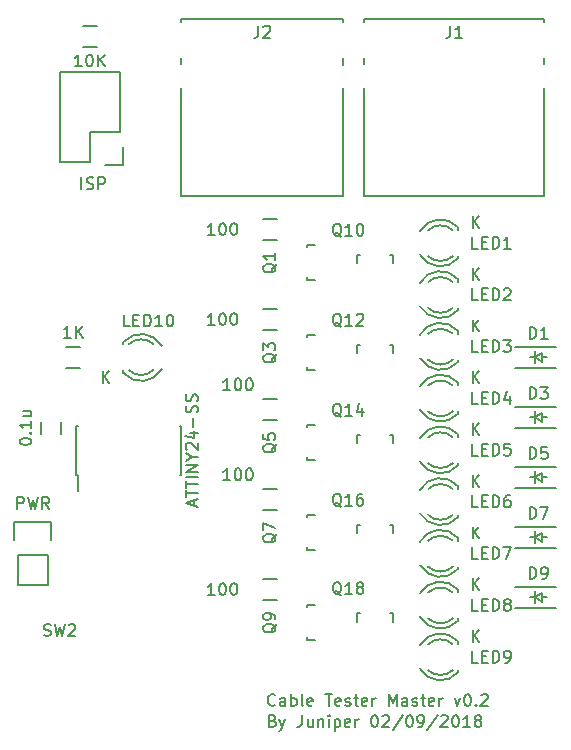
<source format=gto>
G04 #@! TF.FileFunction,Legend,Top*
%FSLAX46Y46*%
G04 Gerber Fmt 4.6, Leading zero omitted, Abs format (unit mm)*
G04 Created by KiCad (PCBNEW 4.0.2+dfsg1-stable) date Sat 24 Feb 2018 03:40:28 PM MST*
%MOMM*%
G01*
G04 APERTURE LIST*
%ADD10C,0.100000*%
%ADD11C,0.200000*%
%ADD12C,0.150000*%
G04 APERTURE END LIST*
D10*
D11*
X134359143Y-123194771D02*
X134502000Y-123242390D01*
X134549619Y-123290010D01*
X134597238Y-123385248D01*
X134597238Y-123528105D01*
X134549619Y-123623343D01*
X134502000Y-123670962D01*
X134406762Y-123718581D01*
X134025809Y-123718581D01*
X134025809Y-122718581D01*
X134359143Y-122718581D01*
X134454381Y-122766200D01*
X134502000Y-122813819D01*
X134549619Y-122909057D01*
X134549619Y-123004295D01*
X134502000Y-123099533D01*
X134454381Y-123147152D01*
X134359143Y-123194771D01*
X134025809Y-123194771D01*
X134930571Y-123051914D02*
X135168666Y-123718581D01*
X135406762Y-123051914D02*
X135168666Y-123718581D01*
X135073428Y-123956676D01*
X135025809Y-124004295D01*
X134930571Y-124051914D01*
X136835334Y-122718581D02*
X136835334Y-123432867D01*
X136787714Y-123575724D01*
X136692476Y-123670962D01*
X136549619Y-123718581D01*
X136454381Y-123718581D01*
X137740096Y-123051914D02*
X137740096Y-123718581D01*
X137311524Y-123051914D02*
X137311524Y-123575724D01*
X137359143Y-123670962D01*
X137454381Y-123718581D01*
X137597239Y-123718581D01*
X137692477Y-123670962D01*
X137740096Y-123623343D01*
X138216286Y-123051914D02*
X138216286Y-123718581D01*
X138216286Y-123147152D02*
X138263905Y-123099533D01*
X138359143Y-123051914D01*
X138502001Y-123051914D01*
X138597239Y-123099533D01*
X138644858Y-123194771D01*
X138644858Y-123718581D01*
X139121048Y-123718581D02*
X139121048Y-123051914D01*
X139121048Y-122718581D02*
X139073429Y-122766200D01*
X139121048Y-122813819D01*
X139168667Y-122766200D01*
X139121048Y-122718581D01*
X139121048Y-122813819D01*
X139597238Y-123051914D02*
X139597238Y-124051914D01*
X139597238Y-123099533D02*
X139692476Y-123051914D01*
X139882953Y-123051914D01*
X139978191Y-123099533D01*
X140025810Y-123147152D01*
X140073429Y-123242390D01*
X140073429Y-123528105D01*
X140025810Y-123623343D01*
X139978191Y-123670962D01*
X139882953Y-123718581D01*
X139692476Y-123718581D01*
X139597238Y-123670962D01*
X140882953Y-123670962D02*
X140787715Y-123718581D01*
X140597238Y-123718581D01*
X140502000Y-123670962D01*
X140454381Y-123575724D01*
X140454381Y-123194771D01*
X140502000Y-123099533D01*
X140597238Y-123051914D01*
X140787715Y-123051914D01*
X140882953Y-123099533D01*
X140930572Y-123194771D01*
X140930572Y-123290010D01*
X140454381Y-123385248D01*
X141359143Y-123718581D02*
X141359143Y-123051914D01*
X141359143Y-123242390D02*
X141406762Y-123147152D01*
X141454381Y-123099533D01*
X141549619Y-123051914D01*
X141644858Y-123051914D01*
X142930572Y-122718581D02*
X143025811Y-122718581D01*
X143121049Y-122766200D01*
X143168668Y-122813819D01*
X143216287Y-122909057D01*
X143263906Y-123099533D01*
X143263906Y-123337629D01*
X143216287Y-123528105D01*
X143168668Y-123623343D01*
X143121049Y-123670962D01*
X143025811Y-123718581D01*
X142930572Y-123718581D01*
X142835334Y-123670962D01*
X142787715Y-123623343D01*
X142740096Y-123528105D01*
X142692477Y-123337629D01*
X142692477Y-123099533D01*
X142740096Y-122909057D01*
X142787715Y-122813819D01*
X142835334Y-122766200D01*
X142930572Y-122718581D01*
X143644858Y-122813819D02*
X143692477Y-122766200D01*
X143787715Y-122718581D01*
X144025811Y-122718581D01*
X144121049Y-122766200D01*
X144168668Y-122813819D01*
X144216287Y-122909057D01*
X144216287Y-123004295D01*
X144168668Y-123147152D01*
X143597239Y-123718581D01*
X144216287Y-123718581D01*
X145359144Y-122670962D02*
X144502001Y-123956676D01*
X145882953Y-122718581D02*
X145978192Y-122718581D01*
X146073430Y-122766200D01*
X146121049Y-122813819D01*
X146168668Y-122909057D01*
X146216287Y-123099533D01*
X146216287Y-123337629D01*
X146168668Y-123528105D01*
X146121049Y-123623343D01*
X146073430Y-123670962D01*
X145978192Y-123718581D01*
X145882953Y-123718581D01*
X145787715Y-123670962D01*
X145740096Y-123623343D01*
X145692477Y-123528105D01*
X145644858Y-123337629D01*
X145644858Y-123099533D01*
X145692477Y-122909057D01*
X145740096Y-122813819D01*
X145787715Y-122766200D01*
X145882953Y-122718581D01*
X146692477Y-123718581D02*
X146882953Y-123718581D01*
X146978192Y-123670962D01*
X147025811Y-123623343D01*
X147121049Y-123480486D01*
X147168668Y-123290010D01*
X147168668Y-122909057D01*
X147121049Y-122813819D01*
X147073430Y-122766200D01*
X146978192Y-122718581D01*
X146787715Y-122718581D01*
X146692477Y-122766200D01*
X146644858Y-122813819D01*
X146597239Y-122909057D01*
X146597239Y-123147152D01*
X146644858Y-123242390D01*
X146692477Y-123290010D01*
X146787715Y-123337629D01*
X146978192Y-123337629D01*
X147073430Y-123290010D01*
X147121049Y-123242390D01*
X147168668Y-123147152D01*
X148311525Y-122670962D02*
X147454382Y-123956676D01*
X148597239Y-122813819D02*
X148644858Y-122766200D01*
X148740096Y-122718581D01*
X148978192Y-122718581D01*
X149073430Y-122766200D01*
X149121049Y-122813819D01*
X149168668Y-122909057D01*
X149168668Y-123004295D01*
X149121049Y-123147152D01*
X148549620Y-123718581D01*
X149168668Y-123718581D01*
X149787715Y-122718581D02*
X149882954Y-122718581D01*
X149978192Y-122766200D01*
X150025811Y-122813819D01*
X150073430Y-122909057D01*
X150121049Y-123099533D01*
X150121049Y-123337629D01*
X150073430Y-123528105D01*
X150025811Y-123623343D01*
X149978192Y-123670962D01*
X149882954Y-123718581D01*
X149787715Y-123718581D01*
X149692477Y-123670962D01*
X149644858Y-123623343D01*
X149597239Y-123528105D01*
X149549620Y-123337629D01*
X149549620Y-123099533D01*
X149597239Y-122909057D01*
X149644858Y-122813819D01*
X149692477Y-122766200D01*
X149787715Y-122718581D01*
X151073430Y-123718581D02*
X150502001Y-123718581D01*
X150787715Y-123718581D02*
X150787715Y-122718581D01*
X150692477Y-122861438D01*
X150597239Y-122956676D01*
X150502001Y-123004295D01*
X151644858Y-123147152D02*
X151549620Y-123099533D01*
X151502001Y-123051914D01*
X151454382Y-122956676D01*
X151454382Y-122909057D01*
X151502001Y-122813819D01*
X151549620Y-122766200D01*
X151644858Y-122718581D01*
X151835335Y-122718581D01*
X151930573Y-122766200D01*
X151978192Y-122813819D01*
X152025811Y-122909057D01*
X152025811Y-122956676D01*
X151978192Y-123051914D01*
X151930573Y-123099533D01*
X151835335Y-123147152D01*
X151644858Y-123147152D01*
X151549620Y-123194771D01*
X151502001Y-123242390D01*
X151454382Y-123337629D01*
X151454382Y-123528105D01*
X151502001Y-123623343D01*
X151549620Y-123670962D01*
X151644858Y-123718581D01*
X151835335Y-123718581D01*
X151930573Y-123670962D01*
X151978192Y-123623343D01*
X152025811Y-123528105D01*
X152025811Y-123337629D01*
X151978192Y-123242390D01*
X151930573Y-123194771D01*
X151835335Y-123147152D01*
X134565522Y-121845343D02*
X134517903Y-121892962D01*
X134375046Y-121940581D01*
X134279808Y-121940581D01*
X134136950Y-121892962D01*
X134041712Y-121797724D01*
X133994093Y-121702486D01*
X133946474Y-121512010D01*
X133946474Y-121369152D01*
X133994093Y-121178676D01*
X134041712Y-121083438D01*
X134136950Y-120988200D01*
X134279808Y-120940581D01*
X134375046Y-120940581D01*
X134517903Y-120988200D01*
X134565522Y-121035819D01*
X135422665Y-121940581D02*
X135422665Y-121416771D01*
X135375046Y-121321533D01*
X135279808Y-121273914D01*
X135089331Y-121273914D01*
X134994093Y-121321533D01*
X135422665Y-121892962D02*
X135327427Y-121940581D01*
X135089331Y-121940581D01*
X134994093Y-121892962D01*
X134946474Y-121797724D01*
X134946474Y-121702486D01*
X134994093Y-121607248D01*
X135089331Y-121559629D01*
X135327427Y-121559629D01*
X135422665Y-121512010D01*
X135898855Y-121940581D02*
X135898855Y-120940581D01*
X135898855Y-121321533D02*
X135994093Y-121273914D01*
X136184570Y-121273914D01*
X136279808Y-121321533D01*
X136327427Y-121369152D01*
X136375046Y-121464390D01*
X136375046Y-121750105D01*
X136327427Y-121845343D01*
X136279808Y-121892962D01*
X136184570Y-121940581D01*
X135994093Y-121940581D01*
X135898855Y-121892962D01*
X136946474Y-121940581D02*
X136851236Y-121892962D01*
X136803617Y-121797724D01*
X136803617Y-120940581D01*
X137708380Y-121892962D02*
X137613142Y-121940581D01*
X137422665Y-121940581D01*
X137327427Y-121892962D01*
X137279808Y-121797724D01*
X137279808Y-121416771D01*
X137327427Y-121321533D01*
X137422665Y-121273914D01*
X137613142Y-121273914D01*
X137708380Y-121321533D01*
X137755999Y-121416771D01*
X137755999Y-121512010D01*
X137279808Y-121607248D01*
X138803618Y-120940581D02*
X139375047Y-120940581D01*
X139089332Y-121940581D02*
X139089332Y-120940581D01*
X140089333Y-121892962D02*
X139994095Y-121940581D01*
X139803618Y-121940581D01*
X139708380Y-121892962D01*
X139660761Y-121797724D01*
X139660761Y-121416771D01*
X139708380Y-121321533D01*
X139803618Y-121273914D01*
X139994095Y-121273914D01*
X140089333Y-121321533D01*
X140136952Y-121416771D01*
X140136952Y-121512010D01*
X139660761Y-121607248D01*
X140517904Y-121892962D02*
X140613142Y-121940581D01*
X140803618Y-121940581D01*
X140898857Y-121892962D01*
X140946476Y-121797724D01*
X140946476Y-121750105D01*
X140898857Y-121654867D01*
X140803618Y-121607248D01*
X140660761Y-121607248D01*
X140565523Y-121559629D01*
X140517904Y-121464390D01*
X140517904Y-121416771D01*
X140565523Y-121321533D01*
X140660761Y-121273914D01*
X140803618Y-121273914D01*
X140898857Y-121321533D01*
X141232190Y-121273914D02*
X141613142Y-121273914D01*
X141375047Y-120940581D02*
X141375047Y-121797724D01*
X141422666Y-121892962D01*
X141517904Y-121940581D01*
X141613142Y-121940581D01*
X142327429Y-121892962D02*
X142232191Y-121940581D01*
X142041714Y-121940581D01*
X141946476Y-121892962D01*
X141898857Y-121797724D01*
X141898857Y-121416771D01*
X141946476Y-121321533D01*
X142041714Y-121273914D01*
X142232191Y-121273914D01*
X142327429Y-121321533D01*
X142375048Y-121416771D01*
X142375048Y-121512010D01*
X141898857Y-121607248D01*
X142803619Y-121940581D02*
X142803619Y-121273914D01*
X142803619Y-121464390D02*
X142851238Y-121369152D01*
X142898857Y-121321533D01*
X142994095Y-121273914D01*
X143089334Y-121273914D01*
X144184572Y-121940581D02*
X144184572Y-120940581D01*
X144517906Y-121654867D01*
X144851239Y-120940581D01*
X144851239Y-121940581D01*
X145756001Y-121940581D02*
X145756001Y-121416771D01*
X145708382Y-121321533D01*
X145613144Y-121273914D01*
X145422667Y-121273914D01*
X145327429Y-121321533D01*
X145756001Y-121892962D02*
X145660763Y-121940581D01*
X145422667Y-121940581D01*
X145327429Y-121892962D01*
X145279810Y-121797724D01*
X145279810Y-121702486D01*
X145327429Y-121607248D01*
X145422667Y-121559629D01*
X145660763Y-121559629D01*
X145756001Y-121512010D01*
X146184572Y-121892962D02*
X146279810Y-121940581D01*
X146470286Y-121940581D01*
X146565525Y-121892962D01*
X146613144Y-121797724D01*
X146613144Y-121750105D01*
X146565525Y-121654867D01*
X146470286Y-121607248D01*
X146327429Y-121607248D01*
X146232191Y-121559629D01*
X146184572Y-121464390D01*
X146184572Y-121416771D01*
X146232191Y-121321533D01*
X146327429Y-121273914D01*
X146470286Y-121273914D01*
X146565525Y-121321533D01*
X146898858Y-121273914D02*
X147279810Y-121273914D01*
X147041715Y-120940581D02*
X147041715Y-121797724D01*
X147089334Y-121892962D01*
X147184572Y-121940581D01*
X147279810Y-121940581D01*
X147994097Y-121892962D02*
X147898859Y-121940581D01*
X147708382Y-121940581D01*
X147613144Y-121892962D01*
X147565525Y-121797724D01*
X147565525Y-121416771D01*
X147613144Y-121321533D01*
X147708382Y-121273914D01*
X147898859Y-121273914D01*
X147994097Y-121321533D01*
X148041716Y-121416771D01*
X148041716Y-121512010D01*
X147565525Y-121607248D01*
X148470287Y-121940581D02*
X148470287Y-121273914D01*
X148470287Y-121464390D02*
X148517906Y-121369152D01*
X148565525Y-121321533D01*
X148660763Y-121273914D01*
X148756002Y-121273914D01*
X149756002Y-121273914D02*
X149994097Y-121940581D01*
X150232193Y-121273914D01*
X150803621Y-120940581D02*
X150898860Y-120940581D01*
X150994098Y-120988200D01*
X151041717Y-121035819D01*
X151089336Y-121131057D01*
X151136955Y-121321533D01*
X151136955Y-121559629D01*
X151089336Y-121750105D01*
X151041717Y-121845343D01*
X150994098Y-121892962D01*
X150898860Y-121940581D01*
X150803621Y-121940581D01*
X150708383Y-121892962D01*
X150660764Y-121845343D01*
X150613145Y-121750105D01*
X150565526Y-121559629D01*
X150565526Y-121321533D01*
X150613145Y-121131057D01*
X150660764Y-121035819D01*
X150708383Y-120988200D01*
X150803621Y-120940581D01*
X151565526Y-121845343D02*
X151613145Y-121892962D01*
X151565526Y-121940581D01*
X151517907Y-121892962D01*
X151565526Y-121845343D01*
X151565526Y-121940581D01*
X151994097Y-121035819D02*
X152041716Y-120988200D01*
X152136954Y-120940581D01*
X152375050Y-120940581D01*
X152470288Y-120988200D01*
X152517907Y-121035819D01*
X152565526Y-121131057D01*
X152565526Y-121226295D01*
X152517907Y-121369152D01*
X151946478Y-121940581D01*
X152565526Y-121940581D01*
D12*
X141502180Y-99695000D02*
X141502180Y-98993960D01*
X141502180Y-98993960D02*
X141751100Y-98993960D01*
X144301160Y-98993960D02*
X144501820Y-98993960D01*
X144501820Y-98993960D02*
X144501820Y-99695000D01*
X141502180Y-92075000D02*
X141502180Y-91373960D01*
X141502180Y-91373960D02*
X141751100Y-91373960D01*
X144301160Y-91373960D02*
X144501820Y-91373960D01*
X144501820Y-91373960D02*
X144501820Y-92075000D01*
X141502180Y-84455000D02*
X141502180Y-83753960D01*
X141502180Y-83753960D02*
X141751100Y-83753960D01*
X144301160Y-83753960D02*
X144501820Y-83753960D01*
X144501820Y-83753960D02*
X144501820Y-84455000D01*
X121412000Y-73355200D02*
X121412000Y-68275200D01*
X121692000Y-76175200D02*
X120142000Y-76175200D01*
X118872000Y-75895200D02*
X118872000Y-73355200D01*
X118872000Y-73355200D02*
X121412000Y-73355200D01*
X121412000Y-68275200D02*
X116332000Y-68275200D01*
X116332000Y-68275200D02*
X116332000Y-73355200D01*
X121692000Y-76175200D02*
X121692000Y-74625200D01*
X116332000Y-75895200D02*
X118872000Y-75895200D01*
X116332000Y-73355200D02*
X116332000Y-75895200D01*
X114720000Y-97874200D02*
X114720000Y-98874200D01*
X116420000Y-98874200D02*
X116420000Y-97874200D01*
X157162500Y-92405200D02*
X157543500Y-92405200D01*
X156146500Y-92405200D02*
X156527500Y-92405200D01*
X156527500Y-92405200D02*
X157162500Y-92024200D01*
X157162500Y-92024200D02*
X157162500Y-92786200D01*
X157162500Y-92786200D02*
X156527500Y-92405200D01*
X156527500Y-91897200D02*
X156527500Y-92913200D01*
X154845000Y-93305200D02*
X158385000Y-93305200D01*
X154845000Y-91505200D02*
X158385000Y-91505200D01*
X157162500Y-97485200D02*
X157543500Y-97485200D01*
X156146500Y-97485200D02*
X156527500Y-97485200D01*
X156527500Y-97485200D02*
X157162500Y-97104200D01*
X157162500Y-97104200D02*
X157162500Y-97866200D01*
X157162500Y-97866200D02*
X156527500Y-97485200D01*
X156527500Y-96977200D02*
X156527500Y-97993200D01*
X154845000Y-98385200D02*
X158385000Y-98385200D01*
X154845000Y-96585200D02*
X158385000Y-96585200D01*
X157162500Y-102565200D02*
X157543500Y-102565200D01*
X156146500Y-102565200D02*
X156527500Y-102565200D01*
X156527500Y-102565200D02*
X157162500Y-102184200D01*
X157162500Y-102184200D02*
X157162500Y-102946200D01*
X157162500Y-102946200D02*
X156527500Y-102565200D01*
X156527500Y-102057200D02*
X156527500Y-103073200D01*
X154845000Y-103465200D02*
X158385000Y-103465200D01*
X154845000Y-101665200D02*
X158385000Y-101665200D01*
X157162500Y-107645200D02*
X157543500Y-107645200D01*
X156146500Y-107645200D02*
X156527500Y-107645200D01*
X156527500Y-107645200D02*
X157162500Y-107264200D01*
X157162500Y-107264200D02*
X157162500Y-108026200D01*
X157162500Y-108026200D02*
X156527500Y-107645200D01*
X156527500Y-107137200D02*
X156527500Y-108153200D01*
X154845000Y-108545200D02*
X158385000Y-108545200D01*
X154845000Y-106745200D02*
X158385000Y-106745200D01*
X157162500Y-112725200D02*
X157543500Y-112725200D01*
X156146500Y-112725200D02*
X156527500Y-112725200D01*
X156527500Y-112725200D02*
X157162500Y-112344200D01*
X157162500Y-112344200D02*
X157162500Y-113106200D01*
X157162500Y-113106200D02*
X156527500Y-112725200D01*
X156527500Y-112217200D02*
X156527500Y-113233200D01*
X154845000Y-113625200D02*
X158385000Y-113625200D01*
X154845000Y-111825200D02*
X158385000Y-111825200D01*
X115316000Y-109169200D02*
X115316000Y-111709200D01*
X115596000Y-106349200D02*
X115596000Y-107899200D01*
X115316000Y-109169200D02*
X112776000Y-109169200D01*
X112496000Y-107899200D02*
X112496000Y-106349200D01*
X112496000Y-106349200D02*
X115596000Y-106349200D01*
X112776000Y-109169200D02*
X112776000Y-111709200D01*
X112776000Y-111709200D02*
X115316000Y-111709200D01*
X150059000Y-81439200D02*
X150059000Y-81639200D01*
X150059000Y-84033200D02*
X150059000Y-83853200D01*
X146831256Y-83722843D02*
G75*
G03X150059000Y-84039200I1727744J1003643D01*
G01*
X147506994Y-83852268D02*
G75*
G03X149610000Y-83853200I1052006J1133068D01*
G01*
X150046220Y-81412474D02*
G75*
G03X146809000Y-81759200I-1497220J-1306726D01*
G01*
X149572889Y-81639947D02*
G75*
G03X147525000Y-81659200I-1013889J-1079253D01*
G01*
X150059000Y-85820700D02*
X150059000Y-86020700D01*
X150059000Y-88414700D02*
X150059000Y-88234700D01*
X146831256Y-88104343D02*
G75*
G03X150059000Y-88420700I1727744J1003643D01*
G01*
X147506994Y-88233768D02*
G75*
G03X149610000Y-88234700I1052006J1133068D01*
G01*
X150046220Y-85793974D02*
G75*
G03X146809000Y-86140700I-1497220J-1306726D01*
G01*
X149572889Y-86021447D02*
G75*
G03X147525000Y-86040700I-1013889J-1079253D01*
G01*
X150059000Y-90202200D02*
X150059000Y-90402200D01*
X150059000Y-92796200D02*
X150059000Y-92616200D01*
X146831256Y-92485843D02*
G75*
G03X150059000Y-92802200I1727744J1003643D01*
G01*
X147506994Y-92615268D02*
G75*
G03X149610000Y-92616200I1052006J1133068D01*
G01*
X150046220Y-90175474D02*
G75*
G03X146809000Y-90522200I-1497220J-1306726D01*
G01*
X149572889Y-90402947D02*
G75*
G03X147525000Y-90422200I-1013889J-1079253D01*
G01*
X150059000Y-94583700D02*
X150059000Y-94783700D01*
X150059000Y-97177700D02*
X150059000Y-96997700D01*
X146831256Y-96867343D02*
G75*
G03X150059000Y-97183700I1727744J1003643D01*
G01*
X147506994Y-96996768D02*
G75*
G03X149610000Y-96997700I1052006J1133068D01*
G01*
X150046220Y-94556974D02*
G75*
G03X146809000Y-94903700I-1497220J-1306726D01*
G01*
X149572889Y-94784447D02*
G75*
G03X147525000Y-94803700I-1013889J-1079253D01*
G01*
X150059000Y-98965200D02*
X150059000Y-99165200D01*
X150059000Y-101559200D02*
X150059000Y-101379200D01*
X146831256Y-101248843D02*
G75*
G03X150059000Y-101565200I1727744J1003643D01*
G01*
X147506994Y-101378268D02*
G75*
G03X149610000Y-101379200I1052006J1133068D01*
G01*
X150046220Y-98938474D02*
G75*
G03X146809000Y-99285200I-1497220J-1306726D01*
G01*
X149572889Y-99165947D02*
G75*
G03X147525000Y-99185200I-1013889J-1079253D01*
G01*
X150059000Y-103346700D02*
X150059000Y-103546700D01*
X150059000Y-105940700D02*
X150059000Y-105760700D01*
X146831256Y-105630343D02*
G75*
G03X150059000Y-105946700I1727744J1003643D01*
G01*
X147506994Y-105759768D02*
G75*
G03X149610000Y-105760700I1052006J1133068D01*
G01*
X150046220Y-103319974D02*
G75*
G03X146809000Y-103666700I-1497220J-1306726D01*
G01*
X149572889Y-103547447D02*
G75*
G03X147525000Y-103566700I-1013889J-1079253D01*
G01*
X150059000Y-107728200D02*
X150059000Y-107928200D01*
X150059000Y-110322200D02*
X150059000Y-110142200D01*
X146831256Y-110011843D02*
G75*
G03X150059000Y-110328200I1727744J1003643D01*
G01*
X147506994Y-110141268D02*
G75*
G03X149610000Y-110142200I1052006J1133068D01*
G01*
X150046220Y-107701474D02*
G75*
G03X146809000Y-108048200I-1497220J-1306726D01*
G01*
X149572889Y-107928947D02*
G75*
G03X147525000Y-107948200I-1013889J-1079253D01*
G01*
X150059000Y-112109700D02*
X150059000Y-112309700D01*
X150059000Y-114703700D02*
X150059000Y-114523700D01*
X146831256Y-114393343D02*
G75*
G03X150059000Y-114709700I1727744J1003643D01*
G01*
X147506994Y-114522768D02*
G75*
G03X149610000Y-114523700I1052006J1133068D01*
G01*
X150046220Y-112082974D02*
G75*
G03X146809000Y-112429700I-1497220J-1306726D01*
G01*
X149572889Y-112310447D02*
G75*
G03X147525000Y-112329700I-1013889J-1079253D01*
G01*
X150059000Y-116491200D02*
X150059000Y-116691200D01*
X150059000Y-119085200D02*
X150059000Y-118905200D01*
X146831256Y-118774843D02*
G75*
G03X150059000Y-119091200I1727744J1003643D01*
G01*
X147506994Y-118904268D02*
G75*
G03X149610000Y-118905200I1052006J1133068D01*
G01*
X150046220Y-116464474D02*
G75*
G03X146809000Y-116811200I-1497220J-1306726D01*
G01*
X149572889Y-116691947D02*
G75*
G03X147525000Y-116711200I-1013889J-1079253D01*
G01*
X121721000Y-93719200D02*
X121721000Y-93519200D01*
X121721000Y-91125200D02*
X121721000Y-91305200D01*
X124948744Y-91435557D02*
G75*
G03X121721000Y-91119200I-1727744J-1003643D01*
G01*
X124273006Y-91306132D02*
G75*
G03X122170000Y-91305200I-1052006J-1133068D01*
G01*
X121733780Y-93745926D02*
G75*
G03X124971000Y-93399200I1497220J1306726D01*
G01*
X122207111Y-93518453D02*
G75*
G03X124255000Y-93499200I1013889J1079253D01*
G01*
X137972800Y-85904020D02*
X137271760Y-85904020D01*
X137271760Y-85904020D02*
X137271760Y-85655100D01*
X137271760Y-83105040D02*
X137271760Y-82904380D01*
X137271760Y-82904380D02*
X137972800Y-82904380D01*
X137972800Y-93524020D02*
X137271760Y-93524020D01*
X137271760Y-93524020D02*
X137271760Y-93275100D01*
X137271760Y-90725040D02*
X137271760Y-90524380D01*
X137271760Y-90524380D02*
X137972800Y-90524380D01*
X137972800Y-101144020D02*
X137271760Y-101144020D01*
X137271760Y-101144020D02*
X137271760Y-100895100D01*
X137271760Y-98345040D02*
X137271760Y-98144380D01*
X137271760Y-98144380D02*
X137972800Y-98144380D01*
X137972800Y-108764020D02*
X137271760Y-108764020D01*
X137271760Y-108764020D02*
X137271760Y-108515100D01*
X137271760Y-105965040D02*
X137271760Y-105764380D01*
X137271760Y-105764380D02*
X137972800Y-105764380D01*
X137972800Y-116384020D02*
X137271760Y-116384020D01*
X137271760Y-116384020D02*
X137271760Y-116135100D01*
X137271760Y-113585040D02*
X137271760Y-113384380D01*
X137271760Y-113384380D02*
X137972800Y-113384380D01*
X141502180Y-107315000D02*
X141502180Y-106613960D01*
X141502180Y-106613960D02*
X141751100Y-106613960D01*
X144301160Y-106613960D02*
X144501820Y-106613960D01*
X144501820Y-106613960D02*
X144501820Y-107315000D01*
X141502180Y-114808000D02*
X141502180Y-114106960D01*
X141502180Y-114106960D02*
X141751100Y-114106960D01*
X144301160Y-114106960D02*
X144501820Y-114106960D01*
X144501820Y-114106960D02*
X144501820Y-114808000D01*
X134712000Y-82485200D02*
X133512000Y-82485200D01*
X133512000Y-80735200D02*
X134712000Y-80735200D01*
X134712000Y-90105200D02*
X133512000Y-90105200D01*
X133512000Y-88355200D02*
X134712000Y-88355200D01*
X134712000Y-97725200D02*
X133512000Y-97725200D01*
X133512000Y-95975200D02*
X134712000Y-95975200D01*
X134712000Y-105345200D02*
X133512000Y-105345200D01*
X133512000Y-103595200D02*
X134712000Y-103595200D01*
X134712000Y-112965200D02*
X133512000Y-112965200D01*
X133512000Y-111215200D02*
X134712000Y-111215200D01*
X116875000Y-91530200D02*
X118075000Y-91530200D01*
X118075000Y-93280200D02*
X116875000Y-93280200D01*
X119472000Y-66102200D02*
X118272000Y-66102200D01*
X118272000Y-64352200D02*
X119472000Y-64352200D01*
X117724000Y-102354200D02*
X117839000Y-102354200D01*
X117724000Y-98204200D02*
X117839000Y-98204200D01*
X126624000Y-98204200D02*
X126509000Y-98204200D01*
X126624000Y-102354200D02*
X126509000Y-102354200D01*
X117724000Y-102354200D02*
X117724000Y-98204200D01*
X126624000Y-102354200D02*
X126624000Y-98204200D01*
X117839000Y-102354200D02*
X117839000Y-103729200D01*
X142113000Y-69596000D02*
X142113000Y-78740000D01*
X142113000Y-78740000D02*
X157353000Y-78740000D01*
X157353000Y-78740000D02*
X157353000Y-69596000D01*
X142113000Y-64008000D02*
X142113000Y-63754000D01*
X142113000Y-63754000D02*
X157353000Y-63754000D01*
X157353000Y-63754000D02*
X157353000Y-64008000D01*
X157353000Y-67056000D02*
X157353000Y-67564000D01*
X142113000Y-67564000D02*
X142113000Y-67056000D01*
X140335000Y-69596000D02*
X140335000Y-78740000D01*
X140335000Y-78740000D02*
X126619000Y-78740000D01*
X126619000Y-78740000D02*
X126619000Y-69596000D01*
X126619000Y-67564000D02*
X126619000Y-67056000D01*
X140335000Y-67691000D02*
X140335000Y-67056000D01*
X140335000Y-64008000D02*
X140335000Y-63754000D01*
X140335000Y-63754000D02*
X126619000Y-63754000D01*
X126619000Y-63754000D02*
X126619000Y-64008000D01*
X140180572Y-97441819D02*
X140085334Y-97394200D01*
X139990096Y-97298962D01*
X139847239Y-97156105D01*
X139752000Y-97108486D01*
X139656762Y-97108486D01*
X139704381Y-97346581D02*
X139609143Y-97298962D01*
X139513905Y-97203724D01*
X139466286Y-97013248D01*
X139466286Y-96679914D01*
X139513905Y-96489438D01*
X139609143Y-96394200D01*
X139704381Y-96346581D01*
X139894858Y-96346581D01*
X139990096Y-96394200D01*
X140085334Y-96489438D01*
X140132953Y-96679914D01*
X140132953Y-97013248D01*
X140085334Y-97203724D01*
X139990096Y-97298962D01*
X139894858Y-97346581D01*
X139704381Y-97346581D01*
X141085334Y-97346581D02*
X140513905Y-97346581D01*
X140799619Y-97346581D02*
X140799619Y-96346581D01*
X140704381Y-96489438D01*
X140609143Y-96584676D01*
X140513905Y-96632295D01*
X141942477Y-96679914D02*
X141942477Y-97346581D01*
X141704381Y-96298962D02*
X141466286Y-97013248D01*
X142085334Y-97013248D01*
X140180572Y-89821819D02*
X140085334Y-89774200D01*
X139990096Y-89678962D01*
X139847239Y-89536105D01*
X139752000Y-89488486D01*
X139656762Y-89488486D01*
X139704381Y-89726581D02*
X139609143Y-89678962D01*
X139513905Y-89583724D01*
X139466286Y-89393248D01*
X139466286Y-89059914D01*
X139513905Y-88869438D01*
X139609143Y-88774200D01*
X139704381Y-88726581D01*
X139894858Y-88726581D01*
X139990096Y-88774200D01*
X140085334Y-88869438D01*
X140132953Y-89059914D01*
X140132953Y-89393248D01*
X140085334Y-89583724D01*
X139990096Y-89678962D01*
X139894858Y-89726581D01*
X139704381Y-89726581D01*
X141085334Y-89726581D02*
X140513905Y-89726581D01*
X140799619Y-89726581D02*
X140799619Y-88726581D01*
X140704381Y-88869438D01*
X140609143Y-88964676D01*
X140513905Y-89012295D01*
X141466286Y-88821819D02*
X141513905Y-88774200D01*
X141609143Y-88726581D01*
X141847239Y-88726581D01*
X141942477Y-88774200D01*
X141990096Y-88821819D01*
X142037715Y-88917057D01*
X142037715Y-89012295D01*
X141990096Y-89155152D01*
X141418667Y-89726581D01*
X142037715Y-89726581D01*
X140180572Y-82201819D02*
X140085334Y-82154200D01*
X139990096Y-82058962D01*
X139847239Y-81916105D01*
X139752000Y-81868486D01*
X139656762Y-81868486D01*
X139704381Y-82106581D02*
X139609143Y-82058962D01*
X139513905Y-81963724D01*
X139466286Y-81773248D01*
X139466286Y-81439914D01*
X139513905Y-81249438D01*
X139609143Y-81154200D01*
X139704381Y-81106581D01*
X139894858Y-81106581D01*
X139990096Y-81154200D01*
X140085334Y-81249438D01*
X140132953Y-81439914D01*
X140132953Y-81773248D01*
X140085334Y-81963724D01*
X139990096Y-82058962D01*
X139894858Y-82106581D01*
X139704381Y-82106581D01*
X141085334Y-82106581D02*
X140513905Y-82106581D01*
X140799619Y-82106581D02*
X140799619Y-81106581D01*
X140704381Y-81249438D01*
X140609143Y-81344676D01*
X140513905Y-81392295D01*
X141704381Y-81106581D02*
X141799620Y-81106581D01*
X141894858Y-81154200D01*
X141942477Y-81201819D01*
X141990096Y-81297057D01*
X142037715Y-81487533D01*
X142037715Y-81725629D01*
X141990096Y-81916105D01*
X141942477Y-82011343D01*
X141894858Y-82058962D01*
X141799620Y-82106581D01*
X141704381Y-82106581D01*
X141609143Y-82058962D01*
X141561524Y-82011343D01*
X141513905Y-81916105D01*
X141466286Y-81725629D01*
X141466286Y-81487533D01*
X141513905Y-81297057D01*
X141561524Y-81201819D01*
X141609143Y-81154200D01*
X141704381Y-81106581D01*
X118165810Y-78177581D02*
X118165810Y-77177581D01*
X118594381Y-78129962D02*
X118737238Y-78177581D01*
X118975334Y-78177581D01*
X119070572Y-78129962D01*
X119118191Y-78082343D01*
X119165810Y-77987105D01*
X119165810Y-77891867D01*
X119118191Y-77796629D01*
X119070572Y-77749010D01*
X118975334Y-77701390D01*
X118784857Y-77653771D01*
X118689619Y-77606152D01*
X118642000Y-77558533D01*
X118594381Y-77463295D01*
X118594381Y-77368057D01*
X118642000Y-77272819D01*
X118689619Y-77225200D01*
X118784857Y-77177581D01*
X119022953Y-77177581D01*
X119165810Y-77225200D01*
X119594381Y-78177581D02*
X119594381Y-77177581D01*
X119975334Y-77177581D01*
X120070572Y-77225200D01*
X120118191Y-77272819D01*
X120165810Y-77368057D01*
X120165810Y-77510914D01*
X120118191Y-77606152D01*
X120070572Y-77653771D01*
X119975334Y-77701390D01*
X119594381Y-77701390D01*
X112922381Y-99588486D02*
X112922381Y-99493247D01*
X112970000Y-99398009D01*
X113017619Y-99350390D01*
X113112857Y-99302771D01*
X113303333Y-99255152D01*
X113541429Y-99255152D01*
X113731905Y-99302771D01*
X113827143Y-99350390D01*
X113874762Y-99398009D01*
X113922381Y-99493247D01*
X113922381Y-99588486D01*
X113874762Y-99683724D01*
X113827143Y-99731343D01*
X113731905Y-99778962D01*
X113541429Y-99826581D01*
X113303333Y-99826581D01*
X113112857Y-99778962D01*
X113017619Y-99731343D01*
X112970000Y-99683724D01*
X112922381Y-99588486D01*
X113827143Y-98826581D02*
X113874762Y-98778962D01*
X113922381Y-98826581D01*
X113874762Y-98874200D01*
X113827143Y-98826581D01*
X113922381Y-98826581D01*
X113922381Y-97826581D02*
X113922381Y-98398010D01*
X113922381Y-98112296D02*
X112922381Y-98112296D01*
X113065238Y-98207534D01*
X113160476Y-98302772D01*
X113208095Y-98398010D01*
X113255714Y-96969438D02*
X113922381Y-96969438D01*
X113255714Y-97398010D02*
X113779524Y-97398010D01*
X113874762Y-97350391D01*
X113922381Y-97255153D01*
X113922381Y-97112295D01*
X113874762Y-97017057D01*
X113827143Y-96969438D01*
X156106905Y-90857581D02*
X156106905Y-89857581D01*
X156345000Y-89857581D01*
X156487858Y-89905200D01*
X156583096Y-90000438D01*
X156630715Y-90095676D01*
X156678334Y-90286152D01*
X156678334Y-90429010D01*
X156630715Y-90619486D01*
X156583096Y-90714724D01*
X156487858Y-90809962D01*
X156345000Y-90857581D01*
X156106905Y-90857581D01*
X157630715Y-90857581D02*
X157059286Y-90857581D01*
X157345000Y-90857581D02*
X157345000Y-89857581D01*
X157249762Y-90000438D01*
X157154524Y-90095676D01*
X157059286Y-90143295D01*
X156106905Y-95937581D02*
X156106905Y-94937581D01*
X156345000Y-94937581D01*
X156487858Y-94985200D01*
X156583096Y-95080438D01*
X156630715Y-95175676D01*
X156678334Y-95366152D01*
X156678334Y-95509010D01*
X156630715Y-95699486D01*
X156583096Y-95794724D01*
X156487858Y-95889962D01*
X156345000Y-95937581D01*
X156106905Y-95937581D01*
X157011667Y-94937581D02*
X157630715Y-94937581D01*
X157297381Y-95318533D01*
X157440239Y-95318533D01*
X157535477Y-95366152D01*
X157583096Y-95413771D01*
X157630715Y-95509010D01*
X157630715Y-95747105D01*
X157583096Y-95842343D01*
X157535477Y-95889962D01*
X157440239Y-95937581D01*
X157154524Y-95937581D01*
X157059286Y-95889962D01*
X157011667Y-95842343D01*
X156106905Y-101017581D02*
X156106905Y-100017581D01*
X156345000Y-100017581D01*
X156487858Y-100065200D01*
X156583096Y-100160438D01*
X156630715Y-100255676D01*
X156678334Y-100446152D01*
X156678334Y-100589010D01*
X156630715Y-100779486D01*
X156583096Y-100874724D01*
X156487858Y-100969962D01*
X156345000Y-101017581D01*
X156106905Y-101017581D01*
X157583096Y-100017581D02*
X157106905Y-100017581D01*
X157059286Y-100493771D01*
X157106905Y-100446152D01*
X157202143Y-100398533D01*
X157440239Y-100398533D01*
X157535477Y-100446152D01*
X157583096Y-100493771D01*
X157630715Y-100589010D01*
X157630715Y-100827105D01*
X157583096Y-100922343D01*
X157535477Y-100969962D01*
X157440239Y-101017581D01*
X157202143Y-101017581D01*
X157106905Y-100969962D01*
X157059286Y-100922343D01*
X156106905Y-106097581D02*
X156106905Y-105097581D01*
X156345000Y-105097581D01*
X156487858Y-105145200D01*
X156583096Y-105240438D01*
X156630715Y-105335676D01*
X156678334Y-105526152D01*
X156678334Y-105669010D01*
X156630715Y-105859486D01*
X156583096Y-105954724D01*
X156487858Y-106049962D01*
X156345000Y-106097581D01*
X156106905Y-106097581D01*
X157011667Y-105097581D02*
X157678334Y-105097581D01*
X157249762Y-106097581D01*
X156106905Y-111177581D02*
X156106905Y-110177581D01*
X156345000Y-110177581D01*
X156487858Y-110225200D01*
X156583096Y-110320438D01*
X156630715Y-110415676D01*
X156678334Y-110606152D01*
X156678334Y-110749010D01*
X156630715Y-110939486D01*
X156583096Y-111034724D01*
X156487858Y-111129962D01*
X156345000Y-111177581D01*
X156106905Y-111177581D01*
X157154524Y-111177581D02*
X157345000Y-111177581D01*
X157440239Y-111129962D01*
X157487858Y-111082343D01*
X157583096Y-110939486D01*
X157630715Y-110749010D01*
X157630715Y-110368057D01*
X157583096Y-110272819D01*
X157535477Y-110225200D01*
X157440239Y-110177581D01*
X157249762Y-110177581D01*
X157154524Y-110225200D01*
X157106905Y-110272819D01*
X157059286Y-110368057D01*
X157059286Y-110606152D01*
X157106905Y-110701390D01*
X157154524Y-110749010D01*
X157249762Y-110796629D01*
X157440239Y-110796629D01*
X157535477Y-110749010D01*
X157583096Y-110701390D01*
X157630715Y-110606152D01*
X112712667Y-105251581D02*
X112712667Y-104251581D01*
X113093620Y-104251581D01*
X113188858Y-104299200D01*
X113236477Y-104346819D01*
X113284096Y-104442057D01*
X113284096Y-104584914D01*
X113236477Y-104680152D01*
X113188858Y-104727771D01*
X113093620Y-104775390D01*
X112712667Y-104775390D01*
X113617429Y-104251581D02*
X113855524Y-105251581D01*
X114046001Y-104537295D01*
X114236477Y-105251581D01*
X114474572Y-104251581D01*
X115426953Y-105251581D02*
X115093619Y-104775390D01*
X114855524Y-105251581D02*
X114855524Y-104251581D01*
X115236477Y-104251581D01*
X115331715Y-104299200D01*
X115379334Y-104346819D01*
X115426953Y-104442057D01*
X115426953Y-104584914D01*
X115379334Y-104680152D01*
X115331715Y-104727771D01*
X115236477Y-104775390D01*
X114855524Y-104775390D01*
X151740953Y-83205581D02*
X151264762Y-83205581D01*
X151264762Y-82205581D01*
X152074286Y-82681771D02*
X152407620Y-82681771D01*
X152550477Y-83205581D02*
X152074286Y-83205581D01*
X152074286Y-82205581D01*
X152550477Y-82205581D01*
X152979048Y-83205581D02*
X152979048Y-82205581D01*
X153217143Y-82205581D01*
X153360001Y-82253200D01*
X153455239Y-82348438D01*
X153502858Y-82443676D01*
X153550477Y-82634152D01*
X153550477Y-82777010D01*
X153502858Y-82967486D01*
X153455239Y-83062724D01*
X153360001Y-83157962D01*
X153217143Y-83205581D01*
X152979048Y-83205581D01*
X154502858Y-83205581D02*
X153931429Y-83205581D01*
X154217143Y-83205581D02*
X154217143Y-82205581D01*
X154121905Y-82348438D01*
X154026667Y-82443676D01*
X153931429Y-82491295D01*
X151288095Y-81465581D02*
X151288095Y-80465581D01*
X151859524Y-81465581D02*
X151430952Y-80894152D01*
X151859524Y-80465581D02*
X151288095Y-81037010D01*
X151740953Y-87587081D02*
X151264762Y-87587081D01*
X151264762Y-86587081D01*
X152074286Y-87063271D02*
X152407620Y-87063271D01*
X152550477Y-87587081D02*
X152074286Y-87587081D01*
X152074286Y-86587081D01*
X152550477Y-86587081D01*
X152979048Y-87587081D02*
X152979048Y-86587081D01*
X153217143Y-86587081D01*
X153360001Y-86634700D01*
X153455239Y-86729938D01*
X153502858Y-86825176D01*
X153550477Y-87015652D01*
X153550477Y-87158510D01*
X153502858Y-87348986D01*
X153455239Y-87444224D01*
X153360001Y-87539462D01*
X153217143Y-87587081D01*
X152979048Y-87587081D01*
X153931429Y-86682319D02*
X153979048Y-86634700D01*
X154074286Y-86587081D01*
X154312382Y-86587081D01*
X154407620Y-86634700D01*
X154455239Y-86682319D01*
X154502858Y-86777557D01*
X154502858Y-86872795D01*
X154455239Y-87015652D01*
X153883810Y-87587081D01*
X154502858Y-87587081D01*
X151288095Y-85847081D02*
X151288095Y-84847081D01*
X151859524Y-85847081D02*
X151430952Y-85275652D01*
X151859524Y-84847081D02*
X151288095Y-85418510D01*
X151740953Y-91968581D02*
X151264762Y-91968581D01*
X151264762Y-90968581D01*
X152074286Y-91444771D02*
X152407620Y-91444771D01*
X152550477Y-91968581D02*
X152074286Y-91968581D01*
X152074286Y-90968581D01*
X152550477Y-90968581D01*
X152979048Y-91968581D02*
X152979048Y-90968581D01*
X153217143Y-90968581D01*
X153360001Y-91016200D01*
X153455239Y-91111438D01*
X153502858Y-91206676D01*
X153550477Y-91397152D01*
X153550477Y-91540010D01*
X153502858Y-91730486D01*
X153455239Y-91825724D01*
X153360001Y-91920962D01*
X153217143Y-91968581D01*
X152979048Y-91968581D01*
X153883810Y-90968581D02*
X154502858Y-90968581D01*
X154169524Y-91349533D01*
X154312382Y-91349533D01*
X154407620Y-91397152D01*
X154455239Y-91444771D01*
X154502858Y-91540010D01*
X154502858Y-91778105D01*
X154455239Y-91873343D01*
X154407620Y-91920962D01*
X154312382Y-91968581D01*
X154026667Y-91968581D01*
X153931429Y-91920962D01*
X153883810Y-91873343D01*
X151288095Y-90228581D02*
X151288095Y-89228581D01*
X151859524Y-90228581D02*
X151430952Y-89657152D01*
X151859524Y-89228581D02*
X151288095Y-89800010D01*
X151740953Y-96350081D02*
X151264762Y-96350081D01*
X151264762Y-95350081D01*
X152074286Y-95826271D02*
X152407620Y-95826271D01*
X152550477Y-96350081D02*
X152074286Y-96350081D01*
X152074286Y-95350081D01*
X152550477Y-95350081D01*
X152979048Y-96350081D02*
X152979048Y-95350081D01*
X153217143Y-95350081D01*
X153360001Y-95397700D01*
X153455239Y-95492938D01*
X153502858Y-95588176D01*
X153550477Y-95778652D01*
X153550477Y-95921510D01*
X153502858Y-96111986D01*
X153455239Y-96207224D01*
X153360001Y-96302462D01*
X153217143Y-96350081D01*
X152979048Y-96350081D01*
X154407620Y-95683414D02*
X154407620Y-96350081D01*
X154169524Y-95302462D02*
X153931429Y-96016748D01*
X154550477Y-96016748D01*
X151288095Y-94610081D02*
X151288095Y-93610081D01*
X151859524Y-94610081D02*
X151430952Y-94038652D01*
X151859524Y-93610081D02*
X151288095Y-94181510D01*
X151740953Y-100731581D02*
X151264762Y-100731581D01*
X151264762Y-99731581D01*
X152074286Y-100207771D02*
X152407620Y-100207771D01*
X152550477Y-100731581D02*
X152074286Y-100731581D01*
X152074286Y-99731581D01*
X152550477Y-99731581D01*
X152979048Y-100731581D02*
X152979048Y-99731581D01*
X153217143Y-99731581D01*
X153360001Y-99779200D01*
X153455239Y-99874438D01*
X153502858Y-99969676D01*
X153550477Y-100160152D01*
X153550477Y-100303010D01*
X153502858Y-100493486D01*
X153455239Y-100588724D01*
X153360001Y-100683962D01*
X153217143Y-100731581D01*
X152979048Y-100731581D01*
X154455239Y-99731581D02*
X153979048Y-99731581D01*
X153931429Y-100207771D01*
X153979048Y-100160152D01*
X154074286Y-100112533D01*
X154312382Y-100112533D01*
X154407620Y-100160152D01*
X154455239Y-100207771D01*
X154502858Y-100303010D01*
X154502858Y-100541105D01*
X154455239Y-100636343D01*
X154407620Y-100683962D01*
X154312382Y-100731581D01*
X154074286Y-100731581D01*
X153979048Y-100683962D01*
X153931429Y-100636343D01*
X151288095Y-98991581D02*
X151288095Y-97991581D01*
X151859524Y-98991581D02*
X151430952Y-98420152D01*
X151859524Y-97991581D02*
X151288095Y-98563010D01*
X151740953Y-105113081D02*
X151264762Y-105113081D01*
X151264762Y-104113081D01*
X152074286Y-104589271D02*
X152407620Y-104589271D01*
X152550477Y-105113081D02*
X152074286Y-105113081D01*
X152074286Y-104113081D01*
X152550477Y-104113081D01*
X152979048Y-105113081D02*
X152979048Y-104113081D01*
X153217143Y-104113081D01*
X153360001Y-104160700D01*
X153455239Y-104255938D01*
X153502858Y-104351176D01*
X153550477Y-104541652D01*
X153550477Y-104684510D01*
X153502858Y-104874986D01*
X153455239Y-104970224D01*
X153360001Y-105065462D01*
X153217143Y-105113081D01*
X152979048Y-105113081D01*
X154407620Y-104113081D02*
X154217143Y-104113081D01*
X154121905Y-104160700D01*
X154074286Y-104208319D01*
X153979048Y-104351176D01*
X153931429Y-104541652D01*
X153931429Y-104922605D01*
X153979048Y-105017843D01*
X154026667Y-105065462D01*
X154121905Y-105113081D01*
X154312382Y-105113081D01*
X154407620Y-105065462D01*
X154455239Y-105017843D01*
X154502858Y-104922605D01*
X154502858Y-104684510D01*
X154455239Y-104589271D01*
X154407620Y-104541652D01*
X154312382Y-104494033D01*
X154121905Y-104494033D01*
X154026667Y-104541652D01*
X153979048Y-104589271D01*
X153931429Y-104684510D01*
X151288095Y-103373081D02*
X151288095Y-102373081D01*
X151859524Y-103373081D02*
X151430952Y-102801652D01*
X151859524Y-102373081D02*
X151288095Y-102944510D01*
X151740953Y-109494581D02*
X151264762Y-109494581D01*
X151264762Y-108494581D01*
X152074286Y-108970771D02*
X152407620Y-108970771D01*
X152550477Y-109494581D02*
X152074286Y-109494581D01*
X152074286Y-108494581D01*
X152550477Y-108494581D01*
X152979048Y-109494581D02*
X152979048Y-108494581D01*
X153217143Y-108494581D01*
X153360001Y-108542200D01*
X153455239Y-108637438D01*
X153502858Y-108732676D01*
X153550477Y-108923152D01*
X153550477Y-109066010D01*
X153502858Y-109256486D01*
X153455239Y-109351724D01*
X153360001Y-109446962D01*
X153217143Y-109494581D01*
X152979048Y-109494581D01*
X153883810Y-108494581D02*
X154550477Y-108494581D01*
X154121905Y-109494581D01*
X151288095Y-107754581D02*
X151288095Y-106754581D01*
X151859524Y-107754581D02*
X151430952Y-107183152D01*
X151859524Y-106754581D02*
X151288095Y-107326010D01*
X151740953Y-113876081D02*
X151264762Y-113876081D01*
X151264762Y-112876081D01*
X152074286Y-113352271D02*
X152407620Y-113352271D01*
X152550477Y-113876081D02*
X152074286Y-113876081D01*
X152074286Y-112876081D01*
X152550477Y-112876081D01*
X152979048Y-113876081D02*
X152979048Y-112876081D01*
X153217143Y-112876081D01*
X153360001Y-112923700D01*
X153455239Y-113018938D01*
X153502858Y-113114176D01*
X153550477Y-113304652D01*
X153550477Y-113447510D01*
X153502858Y-113637986D01*
X153455239Y-113733224D01*
X153360001Y-113828462D01*
X153217143Y-113876081D01*
X152979048Y-113876081D01*
X154121905Y-113304652D02*
X154026667Y-113257033D01*
X153979048Y-113209414D01*
X153931429Y-113114176D01*
X153931429Y-113066557D01*
X153979048Y-112971319D01*
X154026667Y-112923700D01*
X154121905Y-112876081D01*
X154312382Y-112876081D01*
X154407620Y-112923700D01*
X154455239Y-112971319D01*
X154502858Y-113066557D01*
X154502858Y-113114176D01*
X154455239Y-113209414D01*
X154407620Y-113257033D01*
X154312382Y-113304652D01*
X154121905Y-113304652D01*
X154026667Y-113352271D01*
X153979048Y-113399890D01*
X153931429Y-113495129D01*
X153931429Y-113685605D01*
X153979048Y-113780843D01*
X154026667Y-113828462D01*
X154121905Y-113876081D01*
X154312382Y-113876081D01*
X154407620Y-113828462D01*
X154455239Y-113780843D01*
X154502858Y-113685605D01*
X154502858Y-113495129D01*
X154455239Y-113399890D01*
X154407620Y-113352271D01*
X154312382Y-113304652D01*
X151288095Y-112136081D02*
X151288095Y-111136081D01*
X151859524Y-112136081D02*
X151430952Y-111564652D01*
X151859524Y-111136081D02*
X151288095Y-111707510D01*
X151740953Y-118257581D02*
X151264762Y-118257581D01*
X151264762Y-117257581D01*
X152074286Y-117733771D02*
X152407620Y-117733771D01*
X152550477Y-118257581D02*
X152074286Y-118257581D01*
X152074286Y-117257581D01*
X152550477Y-117257581D01*
X152979048Y-118257581D02*
X152979048Y-117257581D01*
X153217143Y-117257581D01*
X153360001Y-117305200D01*
X153455239Y-117400438D01*
X153502858Y-117495676D01*
X153550477Y-117686152D01*
X153550477Y-117829010D01*
X153502858Y-118019486D01*
X153455239Y-118114724D01*
X153360001Y-118209962D01*
X153217143Y-118257581D01*
X152979048Y-118257581D01*
X154026667Y-118257581D02*
X154217143Y-118257581D01*
X154312382Y-118209962D01*
X154360001Y-118162343D01*
X154455239Y-118019486D01*
X154502858Y-117829010D01*
X154502858Y-117448057D01*
X154455239Y-117352819D01*
X154407620Y-117305200D01*
X154312382Y-117257581D01*
X154121905Y-117257581D01*
X154026667Y-117305200D01*
X153979048Y-117352819D01*
X153931429Y-117448057D01*
X153931429Y-117686152D01*
X153979048Y-117781390D01*
X154026667Y-117829010D01*
X154121905Y-117876629D01*
X154312382Y-117876629D01*
X154407620Y-117829010D01*
X154455239Y-117781390D01*
X154502858Y-117686152D01*
X151288095Y-116517581D02*
X151288095Y-115517581D01*
X151859524Y-116517581D02*
X151430952Y-115946152D01*
X151859524Y-115517581D02*
X151288095Y-116089010D01*
X122234762Y-89797581D02*
X121758571Y-89797581D01*
X121758571Y-88797581D01*
X122568095Y-89273771D02*
X122901429Y-89273771D01*
X123044286Y-89797581D02*
X122568095Y-89797581D01*
X122568095Y-88797581D01*
X123044286Y-88797581D01*
X123472857Y-89797581D02*
X123472857Y-88797581D01*
X123710952Y-88797581D01*
X123853810Y-88845200D01*
X123949048Y-88940438D01*
X123996667Y-89035676D01*
X124044286Y-89226152D01*
X124044286Y-89369010D01*
X123996667Y-89559486D01*
X123949048Y-89654724D01*
X123853810Y-89749962D01*
X123710952Y-89797581D01*
X123472857Y-89797581D01*
X124996667Y-89797581D02*
X124425238Y-89797581D01*
X124710952Y-89797581D02*
X124710952Y-88797581D01*
X124615714Y-88940438D01*
X124520476Y-89035676D01*
X124425238Y-89083295D01*
X125615714Y-88797581D02*
X125710953Y-88797581D01*
X125806191Y-88845200D01*
X125853810Y-88892819D01*
X125901429Y-88988057D01*
X125949048Y-89178533D01*
X125949048Y-89416629D01*
X125901429Y-89607105D01*
X125853810Y-89702343D01*
X125806191Y-89749962D01*
X125710953Y-89797581D01*
X125615714Y-89797581D01*
X125520476Y-89749962D01*
X125472857Y-89702343D01*
X125425238Y-89607105D01*
X125377619Y-89416629D01*
X125377619Y-89178533D01*
X125425238Y-88988057D01*
X125472857Y-88892819D01*
X125520476Y-88845200D01*
X125615714Y-88797581D01*
X119968095Y-94597581D02*
X119968095Y-93597581D01*
X120539524Y-94597581D02*
X120110952Y-94026152D01*
X120539524Y-93597581D02*
X119968095Y-94169010D01*
X134659619Y-84499438D02*
X134612000Y-84594676D01*
X134516762Y-84689914D01*
X134373905Y-84832771D01*
X134326286Y-84928010D01*
X134326286Y-85023248D01*
X134564381Y-84975629D02*
X134516762Y-85070867D01*
X134421524Y-85166105D01*
X134231048Y-85213724D01*
X133897714Y-85213724D01*
X133707238Y-85166105D01*
X133612000Y-85070867D01*
X133564381Y-84975629D01*
X133564381Y-84785152D01*
X133612000Y-84689914D01*
X133707238Y-84594676D01*
X133897714Y-84547057D01*
X134231048Y-84547057D01*
X134421524Y-84594676D01*
X134516762Y-84689914D01*
X134564381Y-84785152D01*
X134564381Y-84975629D01*
X134564381Y-83594676D02*
X134564381Y-84166105D01*
X134564381Y-83880391D02*
X133564381Y-83880391D01*
X133707238Y-83975629D01*
X133802476Y-84070867D01*
X133850095Y-84166105D01*
X134659619Y-92119438D02*
X134612000Y-92214676D01*
X134516762Y-92309914D01*
X134373905Y-92452771D01*
X134326286Y-92548010D01*
X134326286Y-92643248D01*
X134564381Y-92595629D02*
X134516762Y-92690867D01*
X134421524Y-92786105D01*
X134231048Y-92833724D01*
X133897714Y-92833724D01*
X133707238Y-92786105D01*
X133612000Y-92690867D01*
X133564381Y-92595629D01*
X133564381Y-92405152D01*
X133612000Y-92309914D01*
X133707238Y-92214676D01*
X133897714Y-92167057D01*
X134231048Y-92167057D01*
X134421524Y-92214676D01*
X134516762Y-92309914D01*
X134564381Y-92405152D01*
X134564381Y-92595629D01*
X133564381Y-91833724D02*
X133564381Y-91214676D01*
X133945333Y-91548010D01*
X133945333Y-91405152D01*
X133992952Y-91309914D01*
X134040571Y-91262295D01*
X134135810Y-91214676D01*
X134373905Y-91214676D01*
X134469143Y-91262295D01*
X134516762Y-91309914D01*
X134564381Y-91405152D01*
X134564381Y-91690867D01*
X134516762Y-91786105D01*
X134469143Y-91833724D01*
X134659619Y-99739438D02*
X134612000Y-99834676D01*
X134516762Y-99929914D01*
X134373905Y-100072771D01*
X134326286Y-100168010D01*
X134326286Y-100263248D01*
X134564381Y-100215629D02*
X134516762Y-100310867D01*
X134421524Y-100406105D01*
X134231048Y-100453724D01*
X133897714Y-100453724D01*
X133707238Y-100406105D01*
X133612000Y-100310867D01*
X133564381Y-100215629D01*
X133564381Y-100025152D01*
X133612000Y-99929914D01*
X133707238Y-99834676D01*
X133897714Y-99787057D01*
X134231048Y-99787057D01*
X134421524Y-99834676D01*
X134516762Y-99929914D01*
X134564381Y-100025152D01*
X134564381Y-100215629D01*
X133564381Y-98882295D02*
X133564381Y-99358486D01*
X134040571Y-99406105D01*
X133992952Y-99358486D01*
X133945333Y-99263248D01*
X133945333Y-99025152D01*
X133992952Y-98929914D01*
X134040571Y-98882295D01*
X134135810Y-98834676D01*
X134373905Y-98834676D01*
X134469143Y-98882295D01*
X134516762Y-98929914D01*
X134564381Y-99025152D01*
X134564381Y-99263248D01*
X134516762Y-99358486D01*
X134469143Y-99406105D01*
X134659619Y-107359438D02*
X134612000Y-107454676D01*
X134516762Y-107549914D01*
X134373905Y-107692771D01*
X134326286Y-107788010D01*
X134326286Y-107883248D01*
X134564381Y-107835629D02*
X134516762Y-107930867D01*
X134421524Y-108026105D01*
X134231048Y-108073724D01*
X133897714Y-108073724D01*
X133707238Y-108026105D01*
X133612000Y-107930867D01*
X133564381Y-107835629D01*
X133564381Y-107645152D01*
X133612000Y-107549914D01*
X133707238Y-107454676D01*
X133897714Y-107407057D01*
X134231048Y-107407057D01*
X134421524Y-107454676D01*
X134516762Y-107549914D01*
X134564381Y-107645152D01*
X134564381Y-107835629D01*
X133564381Y-107073724D02*
X133564381Y-106407057D01*
X134564381Y-106835629D01*
X134659619Y-114979438D02*
X134612000Y-115074676D01*
X134516762Y-115169914D01*
X134373905Y-115312771D01*
X134326286Y-115408010D01*
X134326286Y-115503248D01*
X134564381Y-115455629D02*
X134516762Y-115550867D01*
X134421524Y-115646105D01*
X134231048Y-115693724D01*
X133897714Y-115693724D01*
X133707238Y-115646105D01*
X133612000Y-115550867D01*
X133564381Y-115455629D01*
X133564381Y-115265152D01*
X133612000Y-115169914D01*
X133707238Y-115074676D01*
X133897714Y-115027057D01*
X134231048Y-115027057D01*
X134421524Y-115074676D01*
X134516762Y-115169914D01*
X134564381Y-115265152D01*
X134564381Y-115455629D01*
X134564381Y-114550867D02*
X134564381Y-114360391D01*
X134516762Y-114265152D01*
X134469143Y-114217533D01*
X134326286Y-114122295D01*
X134135810Y-114074676D01*
X133754857Y-114074676D01*
X133659619Y-114122295D01*
X133612000Y-114169914D01*
X133564381Y-114265152D01*
X133564381Y-114455629D01*
X133612000Y-114550867D01*
X133659619Y-114598486D01*
X133754857Y-114646105D01*
X133992952Y-114646105D01*
X134088190Y-114598486D01*
X134135810Y-114550867D01*
X134183429Y-114455629D01*
X134183429Y-114265152D01*
X134135810Y-114169914D01*
X134088190Y-114122295D01*
X133992952Y-114074676D01*
X140180572Y-105061819D02*
X140085334Y-105014200D01*
X139990096Y-104918962D01*
X139847239Y-104776105D01*
X139752000Y-104728486D01*
X139656762Y-104728486D01*
X139704381Y-104966581D02*
X139609143Y-104918962D01*
X139513905Y-104823724D01*
X139466286Y-104633248D01*
X139466286Y-104299914D01*
X139513905Y-104109438D01*
X139609143Y-104014200D01*
X139704381Y-103966581D01*
X139894858Y-103966581D01*
X139990096Y-104014200D01*
X140085334Y-104109438D01*
X140132953Y-104299914D01*
X140132953Y-104633248D01*
X140085334Y-104823724D01*
X139990096Y-104918962D01*
X139894858Y-104966581D01*
X139704381Y-104966581D01*
X141085334Y-104966581D02*
X140513905Y-104966581D01*
X140799619Y-104966581D02*
X140799619Y-103966581D01*
X140704381Y-104109438D01*
X140609143Y-104204676D01*
X140513905Y-104252295D01*
X141942477Y-103966581D02*
X141752000Y-103966581D01*
X141656762Y-104014200D01*
X141609143Y-104061819D01*
X141513905Y-104204676D01*
X141466286Y-104395152D01*
X141466286Y-104776105D01*
X141513905Y-104871343D01*
X141561524Y-104918962D01*
X141656762Y-104966581D01*
X141847239Y-104966581D01*
X141942477Y-104918962D01*
X141990096Y-104871343D01*
X142037715Y-104776105D01*
X142037715Y-104538010D01*
X141990096Y-104442771D01*
X141942477Y-104395152D01*
X141847239Y-104347533D01*
X141656762Y-104347533D01*
X141561524Y-104395152D01*
X141513905Y-104442771D01*
X141466286Y-104538010D01*
X140180572Y-112554819D02*
X140085334Y-112507200D01*
X139990096Y-112411962D01*
X139847239Y-112269105D01*
X139752000Y-112221486D01*
X139656762Y-112221486D01*
X139704381Y-112459581D02*
X139609143Y-112411962D01*
X139513905Y-112316724D01*
X139466286Y-112126248D01*
X139466286Y-111792914D01*
X139513905Y-111602438D01*
X139609143Y-111507200D01*
X139704381Y-111459581D01*
X139894858Y-111459581D01*
X139990096Y-111507200D01*
X140085334Y-111602438D01*
X140132953Y-111792914D01*
X140132953Y-112126248D01*
X140085334Y-112316724D01*
X139990096Y-112411962D01*
X139894858Y-112459581D01*
X139704381Y-112459581D01*
X141085334Y-112459581D02*
X140513905Y-112459581D01*
X140799619Y-112459581D02*
X140799619Y-111459581D01*
X140704381Y-111602438D01*
X140609143Y-111697676D01*
X140513905Y-111745295D01*
X141656762Y-111888152D02*
X141561524Y-111840533D01*
X141513905Y-111792914D01*
X141466286Y-111697676D01*
X141466286Y-111650057D01*
X141513905Y-111554819D01*
X141561524Y-111507200D01*
X141656762Y-111459581D01*
X141847239Y-111459581D01*
X141942477Y-111507200D01*
X141990096Y-111554819D01*
X142037715Y-111650057D01*
X142037715Y-111697676D01*
X141990096Y-111792914D01*
X141942477Y-111840533D01*
X141847239Y-111888152D01*
X141656762Y-111888152D01*
X141561524Y-111935771D01*
X141513905Y-111983390D01*
X141466286Y-112078629D01*
X141466286Y-112269105D01*
X141513905Y-112364343D01*
X141561524Y-112411962D01*
X141656762Y-112459581D01*
X141847239Y-112459581D01*
X141942477Y-112411962D01*
X141990096Y-112364343D01*
X142037715Y-112269105D01*
X142037715Y-112078629D01*
X141990096Y-111983390D01*
X141942477Y-111935771D01*
X141847239Y-111888152D01*
X129445334Y-82062581D02*
X128873905Y-82062581D01*
X129159619Y-82062581D02*
X129159619Y-81062581D01*
X129064381Y-81205438D01*
X128969143Y-81300676D01*
X128873905Y-81348295D01*
X130064381Y-81062581D02*
X130159620Y-81062581D01*
X130254858Y-81110200D01*
X130302477Y-81157819D01*
X130350096Y-81253057D01*
X130397715Y-81443533D01*
X130397715Y-81681629D01*
X130350096Y-81872105D01*
X130302477Y-81967343D01*
X130254858Y-82014962D01*
X130159620Y-82062581D01*
X130064381Y-82062581D01*
X129969143Y-82014962D01*
X129921524Y-81967343D01*
X129873905Y-81872105D01*
X129826286Y-81681629D01*
X129826286Y-81443533D01*
X129873905Y-81253057D01*
X129921524Y-81157819D01*
X129969143Y-81110200D01*
X130064381Y-81062581D01*
X131016762Y-81062581D02*
X131112001Y-81062581D01*
X131207239Y-81110200D01*
X131254858Y-81157819D01*
X131302477Y-81253057D01*
X131350096Y-81443533D01*
X131350096Y-81681629D01*
X131302477Y-81872105D01*
X131254858Y-81967343D01*
X131207239Y-82014962D01*
X131112001Y-82062581D01*
X131016762Y-82062581D01*
X130921524Y-82014962D01*
X130873905Y-81967343D01*
X130826286Y-81872105D01*
X130778667Y-81681629D01*
X130778667Y-81443533D01*
X130826286Y-81253057D01*
X130873905Y-81157819D01*
X130921524Y-81110200D01*
X131016762Y-81062581D01*
X129445334Y-89682581D02*
X128873905Y-89682581D01*
X129159619Y-89682581D02*
X129159619Y-88682581D01*
X129064381Y-88825438D01*
X128969143Y-88920676D01*
X128873905Y-88968295D01*
X130064381Y-88682581D02*
X130159620Y-88682581D01*
X130254858Y-88730200D01*
X130302477Y-88777819D01*
X130350096Y-88873057D01*
X130397715Y-89063533D01*
X130397715Y-89301629D01*
X130350096Y-89492105D01*
X130302477Y-89587343D01*
X130254858Y-89634962D01*
X130159620Y-89682581D01*
X130064381Y-89682581D01*
X129969143Y-89634962D01*
X129921524Y-89587343D01*
X129873905Y-89492105D01*
X129826286Y-89301629D01*
X129826286Y-89063533D01*
X129873905Y-88873057D01*
X129921524Y-88777819D01*
X129969143Y-88730200D01*
X130064381Y-88682581D01*
X131016762Y-88682581D02*
X131112001Y-88682581D01*
X131207239Y-88730200D01*
X131254858Y-88777819D01*
X131302477Y-88873057D01*
X131350096Y-89063533D01*
X131350096Y-89301629D01*
X131302477Y-89492105D01*
X131254858Y-89587343D01*
X131207239Y-89634962D01*
X131112001Y-89682581D01*
X131016762Y-89682581D01*
X130921524Y-89634962D01*
X130873905Y-89587343D01*
X130826286Y-89492105D01*
X130778667Y-89301629D01*
X130778667Y-89063533D01*
X130826286Y-88873057D01*
X130873905Y-88777819D01*
X130921524Y-88730200D01*
X131016762Y-88682581D01*
X130745334Y-95202581D02*
X130173905Y-95202581D01*
X130459619Y-95202581D02*
X130459619Y-94202581D01*
X130364381Y-94345438D01*
X130269143Y-94440676D01*
X130173905Y-94488295D01*
X131364381Y-94202581D02*
X131459620Y-94202581D01*
X131554858Y-94250200D01*
X131602477Y-94297819D01*
X131650096Y-94393057D01*
X131697715Y-94583533D01*
X131697715Y-94821629D01*
X131650096Y-95012105D01*
X131602477Y-95107343D01*
X131554858Y-95154962D01*
X131459620Y-95202581D01*
X131364381Y-95202581D01*
X131269143Y-95154962D01*
X131221524Y-95107343D01*
X131173905Y-95012105D01*
X131126286Y-94821629D01*
X131126286Y-94583533D01*
X131173905Y-94393057D01*
X131221524Y-94297819D01*
X131269143Y-94250200D01*
X131364381Y-94202581D01*
X132316762Y-94202581D02*
X132412001Y-94202581D01*
X132507239Y-94250200D01*
X132554858Y-94297819D01*
X132602477Y-94393057D01*
X132650096Y-94583533D01*
X132650096Y-94821629D01*
X132602477Y-95012105D01*
X132554858Y-95107343D01*
X132507239Y-95154962D01*
X132412001Y-95202581D01*
X132316762Y-95202581D01*
X132221524Y-95154962D01*
X132173905Y-95107343D01*
X132126286Y-95012105D01*
X132078667Y-94821629D01*
X132078667Y-94583533D01*
X132126286Y-94393057D01*
X132173905Y-94297819D01*
X132221524Y-94250200D01*
X132316762Y-94202581D01*
X130745334Y-102822581D02*
X130173905Y-102822581D01*
X130459619Y-102822581D02*
X130459619Y-101822581D01*
X130364381Y-101965438D01*
X130269143Y-102060676D01*
X130173905Y-102108295D01*
X131364381Y-101822581D02*
X131459620Y-101822581D01*
X131554858Y-101870200D01*
X131602477Y-101917819D01*
X131650096Y-102013057D01*
X131697715Y-102203533D01*
X131697715Y-102441629D01*
X131650096Y-102632105D01*
X131602477Y-102727343D01*
X131554858Y-102774962D01*
X131459620Y-102822581D01*
X131364381Y-102822581D01*
X131269143Y-102774962D01*
X131221524Y-102727343D01*
X131173905Y-102632105D01*
X131126286Y-102441629D01*
X131126286Y-102203533D01*
X131173905Y-102013057D01*
X131221524Y-101917819D01*
X131269143Y-101870200D01*
X131364381Y-101822581D01*
X132316762Y-101822581D02*
X132412001Y-101822581D01*
X132507239Y-101870200D01*
X132554858Y-101917819D01*
X132602477Y-102013057D01*
X132650096Y-102203533D01*
X132650096Y-102441629D01*
X132602477Y-102632105D01*
X132554858Y-102727343D01*
X132507239Y-102774962D01*
X132412001Y-102822581D01*
X132316762Y-102822581D01*
X132221524Y-102774962D01*
X132173905Y-102727343D01*
X132126286Y-102632105D01*
X132078667Y-102441629D01*
X132078667Y-102203533D01*
X132126286Y-102013057D01*
X132173905Y-101917819D01*
X132221524Y-101870200D01*
X132316762Y-101822581D01*
X129445334Y-112542581D02*
X128873905Y-112542581D01*
X129159619Y-112542581D02*
X129159619Y-111542581D01*
X129064381Y-111685438D01*
X128969143Y-111780676D01*
X128873905Y-111828295D01*
X130064381Y-111542581D02*
X130159620Y-111542581D01*
X130254858Y-111590200D01*
X130302477Y-111637819D01*
X130350096Y-111733057D01*
X130397715Y-111923533D01*
X130397715Y-112161629D01*
X130350096Y-112352105D01*
X130302477Y-112447343D01*
X130254858Y-112494962D01*
X130159620Y-112542581D01*
X130064381Y-112542581D01*
X129969143Y-112494962D01*
X129921524Y-112447343D01*
X129873905Y-112352105D01*
X129826286Y-112161629D01*
X129826286Y-111923533D01*
X129873905Y-111733057D01*
X129921524Y-111637819D01*
X129969143Y-111590200D01*
X130064381Y-111542581D01*
X131016762Y-111542581D02*
X131112001Y-111542581D01*
X131207239Y-111590200D01*
X131254858Y-111637819D01*
X131302477Y-111733057D01*
X131350096Y-111923533D01*
X131350096Y-112161629D01*
X131302477Y-112352105D01*
X131254858Y-112447343D01*
X131207239Y-112494962D01*
X131112001Y-112542581D01*
X131016762Y-112542581D01*
X130921524Y-112494962D01*
X130873905Y-112447343D01*
X130826286Y-112352105D01*
X130778667Y-112161629D01*
X130778667Y-111923533D01*
X130826286Y-111733057D01*
X130873905Y-111637819D01*
X130921524Y-111590200D01*
X131016762Y-111542581D01*
X117260715Y-90757581D02*
X116689286Y-90757581D01*
X116975000Y-90757581D02*
X116975000Y-89757581D01*
X116879762Y-89900438D01*
X116784524Y-89995676D01*
X116689286Y-90043295D01*
X117689286Y-90757581D02*
X117689286Y-89757581D01*
X118260715Y-90757581D02*
X117832143Y-90186152D01*
X118260715Y-89757581D02*
X117689286Y-90329010D01*
X118181524Y-67779581D02*
X117610095Y-67779581D01*
X117895809Y-67779581D02*
X117895809Y-66779581D01*
X117800571Y-66922438D01*
X117705333Y-67017676D01*
X117610095Y-67065295D01*
X118800571Y-66779581D02*
X118895810Y-66779581D01*
X118991048Y-66827200D01*
X119038667Y-66874819D01*
X119086286Y-66970057D01*
X119133905Y-67160533D01*
X119133905Y-67398629D01*
X119086286Y-67589105D01*
X119038667Y-67684343D01*
X118991048Y-67731962D01*
X118895810Y-67779581D01*
X118800571Y-67779581D01*
X118705333Y-67731962D01*
X118657714Y-67684343D01*
X118610095Y-67589105D01*
X118562476Y-67398629D01*
X118562476Y-67160533D01*
X118610095Y-66970057D01*
X118657714Y-66874819D01*
X118705333Y-66827200D01*
X118800571Y-66779581D01*
X119562476Y-67779581D02*
X119562476Y-66779581D01*
X120133905Y-67779581D02*
X119705333Y-67208152D01*
X120133905Y-66779581D02*
X119562476Y-67351010D01*
X114983667Y-115953162D02*
X115126524Y-116000781D01*
X115364620Y-116000781D01*
X115459858Y-115953162D01*
X115507477Y-115905543D01*
X115555096Y-115810305D01*
X115555096Y-115715067D01*
X115507477Y-115619829D01*
X115459858Y-115572210D01*
X115364620Y-115524590D01*
X115174143Y-115476971D01*
X115078905Y-115429352D01*
X115031286Y-115381733D01*
X114983667Y-115286495D01*
X114983667Y-115191257D01*
X115031286Y-115096019D01*
X115078905Y-115048400D01*
X115174143Y-115000781D01*
X115412239Y-115000781D01*
X115555096Y-115048400D01*
X115888429Y-115000781D02*
X116126524Y-116000781D01*
X116317001Y-115286495D01*
X116507477Y-116000781D01*
X116745572Y-115000781D01*
X117078905Y-115096019D02*
X117126524Y-115048400D01*
X117221762Y-115000781D01*
X117459858Y-115000781D01*
X117555096Y-115048400D01*
X117602715Y-115096019D01*
X117650334Y-115191257D01*
X117650334Y-115286495D01*
X117602715Y-115429352D01*
X117031286Y-116000781D01*
X117650334Y-116000781D01*
X127715667Y-104993486D02*
X127715667Y-104517295D01*
X128001381Y-105088724D02*
X127001381Y-104755391D01*
X128001381Y-104422057D01*
X127001381Y-104231581D02*
X127001381Y-103660152D01*
X128001381Y-103945867D02*
X127001381Y-103945867D01*
X127001381Y-103469676D02*
X127001381Y-102898247D01*
X128001381Y-103183962D02*
X127001381Y-103183962D01*
X128001381Y-102564914D02*
X127001381Y-102564914D01*
X128001381Y-102088724D02*
X127001381Y-102088724D01*
X128001381Y-101517295D01*
X127001381Y-101517295D01*
X127525190Y-100850629D02*
X128001381Y-100850629D01*
X127001381Y-101183962D02*
X127525190Y-100850629D01*
X127001381Y-100517295D01*
X127096619Y-100231581D02*
X127049000Y-100183962D01*
X127001381Y-100088724D01*
X127001381Y-99850628D01*
X127049000Y-99755390D01*
X127096619Y-99707771D01*
X127191857Y-99660152D01*
X127287095Y-99660152D01*
X127429952Y-99707771D01*
X128001381Y-100279200D01*
X128001381Y-99660152D01*
X127334714Y-98803009D02*
X128001381Y-98803009D01*
X126953762Y-99041105D02*
X127668048Y-99279200D01*
X127668048Y-98660152D01*
X127620429Y-98279200D02*
X127620429Y-97517295D01*
X127953762Y-97088724D02*
X128001381Y-96945867D01*
X128001381Y-96707771D01*
X127953762Y-96612533D01*
X127906143Y-96564914D01*
X127810905Y-96517295D01*
X127715667Y-96517295D01*
X127620429Y-96564914D01*
X127572810Y-96612533D01*
X127525190Y-96707771D01*
X127477571Y-96898248D01*
X127429952Y-96993486D01*
X127382333Y-97041105D01*
X127287095Y-97088724D01*
X127191857Y-97088724D01*
X127096619Y-97041105D01*
X127049000Y-96993486D01*
X127001381Y-96898248D01*
X127001381Y-96660152D01*
X127049000Y-96517295D01*
X127953762Y-96136343D02*
X128001381Y-95993486D01*
X128001381Y-95755390D01*
X127953762Y-95660152D01*
X127906143Y-95612533D01*
X127810905Y-95564914D01*
X127715667Y-95564914D01*
X127620429Y-95612533D01*
X127572810Y-95660152D01*
X127525190Y-95755390D01*
X127477571Y-95945867D01*
X127429952Y-96041105D01*
X127382333Y-96088724D01*
X127287095Y-96136343D01*
X127191857Y-96136343D01*
X127096619Y-96088724D01*
X127049000Y-96041105D01*
X127001381Y-95945867D01*
X127001381Y-95707771D01*
X127049000Y-95564914D01*
X149399667Y-64349381D02*
X149399667Y-65063667D01*
X149352047Y-65206524D01*
X149256809Y-65301762D01*
X149113952Y-65349381D01*
X149018714Y-65349381D01*
X150399667Y-65349381D02*
X149828238Y-65349381D01*
X150113952Y-65349381D02*
X150113952Y-64349381D01*
X150018714Y-64492238D01*
X149923476Y-64587476D01*
X149828238Y-64635095D01*
X133143667Y-64349381D02*
X133143667Y-65063667D01*
X133096047Y-65206524D01*
X133000809Y-65301762D01*
X132857952Y-65349381D01*
X132762714Y-65349381D01*
X133572238Y-64444619D02*
X133619857Y-64397000D01*
X133715095Y-64349381D01*
X133953191Y-64349381D01*
X134048429Y-64397000D01*
X134096048Y-64444619D01*
X134143667Y-64539857D01*
X134143667Y-64635095D01*
X134096048Y-64777952D01*
X133524619Y-65349381D01*
X134143667Y-65349381D01*
M02*

</source>
